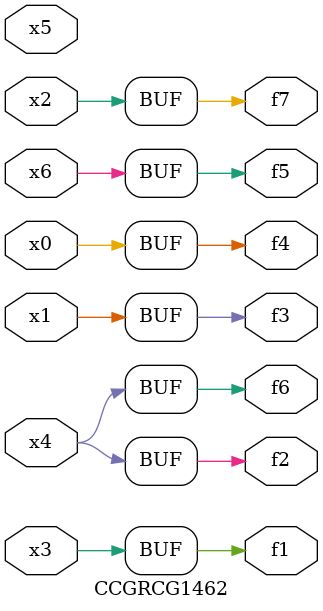
<source format=v>
module CCGRCG1462(
	input x0, x1, x2, x3, x4, x5, x6,
	output f1, f2, f3, f4, f5, f6, f7
);
	assign f1 = x3;
	assign f2 = x4;
	assign f3 = x1;
	assign f4 = x0;
	assign f5 = x6;
	assign f6 = x4;
	assign f7 = x2;
endmodule

</source>
